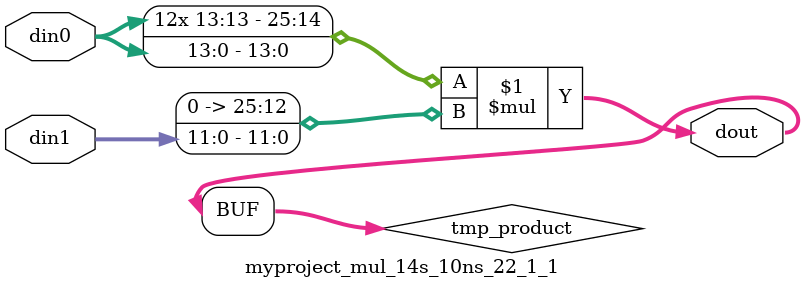
<source format=v>

`timescale 1 ns / 1 ps

 module myproject_mul_14s_10ns_22_1_1(din0, din1, dout);
parameter ID = 1;
parameter NUM_STAGE = 0;
parameter din0_WIDTH = 14;
parameter din1_WIDTH = 12;
parameter dout_WIDTH = 26;

input [din0_WIDTH - 1 : 0] din0; 
input [din1_WIDTH - 1 : 0] din1; 
output [dout_WIDTH - 1 : 0] dout;

wire signed [dout_WIDTH - 1 : 0] tmp_product;


























assign tmp_product = $signed(din0) * $signed({1'b0, din1});









assign dout = tmp_product;





















endmodule

</source>
